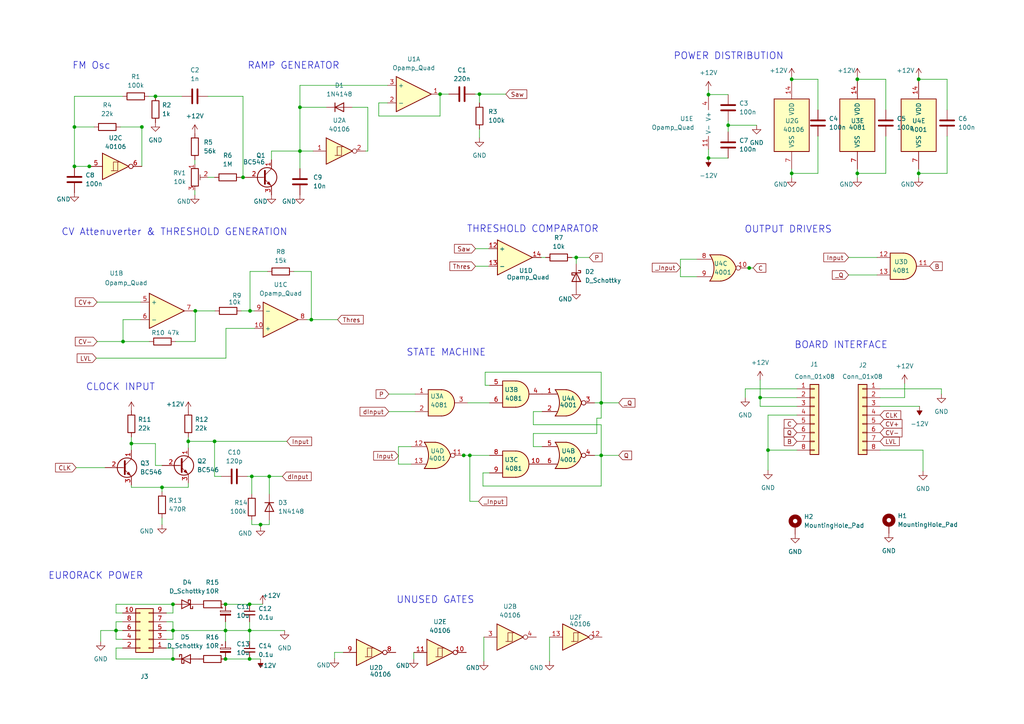
<source format=kicad_sch>
(kicad_sch (version 20230121) (generator eeschema)
  (paper "A4")
  (title_block (title "m0xpd FLIP Main Board") (date "2024-01-02") (rev "1.0") (comment 1 "Published under CC BY-SA License") (comment 2 "https://github.com/m0xpd/FLIP"))
  (junction (at 205.486 45.847))
  (junction (at 65.405 175.26))
  (junction (at 174.371 116.84))
  (junction (at 72.39 175.26))
  (junction (at 50.165 191.135))
  (junction (at 229.616 50.292))
  (junction (at 25.908 48.26))
  (junction (at 35.687 99.06))
  (junction (at 41.148 36.83))
  (junction (at 174.371 132.08))
  (junction (at 167.132 74.676))
  (junction (at 46.99 141.351))
  (junction (at 21.59 36.83))
  (junction (at 56.642 90.17))
  (junction (at 65.405 182.88))
  (junction (at 266.446 50.292))
  (junction (at 54.61 128.016))
  (junction (at 38.1 128.651))
  (junction (at 90.297 92.71))
  (junction (at 217.297 77.724))
  (junction (at 222.758 130.556))
  (junction (at 72.39 191.135))
  (junction (at 50.165 175.26))
  (junction (at 70.485 51.435))
  (junction (at 136.271 132.08))
  (junction (at 50.165 182.88))
  (junction (at 75.565 152.146))
  (junction (at 220.472 115.316))
  (junction (at 65.405 191.135))
  (junction (at 73.025 138.176))
  (junction (at 127.635 27.305))
  (junction (at 139.065 27.305))
  (junction (at 72.517 90.17))
  (junction (at 21.59 48.26))
  (junction (at 33.655 182.88))
  (junction (at 134.493 132.08))
  (junction (at 229.616 22.987))
  (junction (at 205.486 27.432))
  (junction (at 45.085 27.94))
  (junction (at 78.105 138.176))
  (junction (at 86.995 43.815))
  (junction (at 266.446 22.987))
  (junction (at 248.666 50.292))
  (junction (at 248.666 22.987))
  (junction (at 62.23 128.016))
  (junction (at 211.201 36.322))
  (junction (at 72.39 182.88))
  (junction (at 86.995 31.115))
  (wire (pts (xy 112.776 114.3) (xy 120.396 114.3)))
  (wire (pts (xy 56.007 90.17) (xy 56.642 90.17)))
  (wire (pts (xy 35.56 27.94) (xy 21.59 27.94)))
  (wire (pts (xy 75.565 152.146) (xy 75.565 152.781)))
  (wire (pts (xy 112.395 29.845) (xy 109.855 29.845)))
  (wire (pts (xy 220.472 115.316) (xy 220.472 117.856)))
  (wire (pts (xy 109.855 29.845) (xy 109.855 33.655)))
  (wire (pts (xy 211.201 35.052) (xy 211.201 36.322)))
  (wire (pts (xy 255.27 112.776) (xy 273.05 112.776)))
  (wire (pts (xy 41.148 36.83) (xy 41.148 48.26)))
  (wire (pts (xy 48.26 182.88) (xy 50.165 182.88)))
  (wire (pts (xy 267.716 130.556) (xy 267.716 136.652)))
  (wire (pts (xy 38.1 140.716) (xy 38.1 141.351)))
  (wire (pts (xy 33.655 175.26) (xy 50.165 175.26)))
  (wire (pts (xy 156.972 74.676) (xy 158.242 74.676)))
  (wire (pts (xy 174.371 123.19) (xy 174.371 132.08)))
  (wire (pts (xy 48.26 187.96) (xy 50.165 187.96)))
  (wire (pts (xy 50.927 99.06) (xy 56.642 99.06)))
  (wire (pts (xy 62.23 128.016) (xy 62.23 138.176)))
  (wire (pts (xy 50.165 180.34) (xy 50.165 182.88)))
  (wire (pts (xy 22.098 135.636) (xy 30.48 135.636)))
  (wire (pts (xy 137.922 72.136) (xy 141.732 72.136)))
  (wire (pts (xy 256.921 31.877) (xy 256.921 22.987)))
  (wire (pts (xy 141.986 137.16) (xy 140.081 137.16)))
  (wire (pts (xy 140.716 107.95) (xy 174.371 107.95)))
  (wire (pts (xy 38.1 128.651) (xy 38.1 130.556)))
  (wire (pts (xy 205.486 27.432) (xy 205.486 28.067)))
  (wire (pts (xy 137.922 77.216) (xy 141.732 77.216)))
  (wire (pts (xy 65.405 182.88) (xy 65.405 186.055)))
  (wire (pts (xy 33.655 191.135) (xy 33.655 187.96)))
  (wire (pts (xy 86.995 31.115) (xy 94.615 31.115)))
  (wire (pts (xy 165.862 74.676) (xy 167.132 74.676)))
  (wire (pts (xy 72.39 175.26) (xy 76.2 175.26)))
  (wire (pts (xy 274.701 31.877) (xy 274.701 22.987)))
  (wire (pts (xy 255.27 117.856) (xy 266.7 117.856)))
  (wire (pts (xy 46.99 150.241) (xy 46.99 152.146)))
  (wire (pts (xy 119.253 134.62) (xy 115.57 134.62)))
  (wire (pts (xy 90.297 92.71) (xy 97.917 92.71)))
  (wire (pts (xy 60.325 27.94) (xy 70.485 27.94)))
  (wire (pts (xy 46.99 141.351) (xy 54.61 141.351)))
  (wire (pts (xy 86.995 24.765) (xy 112.395 24.765)))
  (wire (pts (xy 35.56 177.8) (xy 33.655 177.8)))
  (wire (pts (xy 73.025 138.176) (xy 73.025 143.256)))
  (wire (pts (xy 119.253 129.54) (xy 115.57 129.54)))
  (wire (pts (xy 231.14 115.316) (xy 220.472 115.316)))
  (wire (pts (xy 72.39 182.88) (xy 72.39 186.055)))
  (wire (pts (xy 73.025 138.176) (xy 78.105 138.176)))
  (wire (pts (xy 78.74 43.815) (xy 78.74 46.355)))
  (wire (pts (xy 102.235 31.115) (xy 106.68 31.115)))
  (wire (pts (xy 197.358 80.264) (xy 202.057 80.264)))
  (wire (pts (xy 72.517 78.74) (xy 72.517 90.17)))
  (wire (pts (xy 211.201 36.322) (xy 211.201 38.227)))
  (wire (pts (xy 54.61 126.746) (xy 54.61 128.016)))
  (wire (pts (xy 205.486 26.162) (xy 205.486 27.432)))
  (wire (pts (xy 27.94 103.886) (xy 65.532 103.886)))
  (wire (pts (xy 33.655 182.88) (xy 35.56 182.88)))
  (wire (pts (xy 72.39 182.88) (xy 82.55 182.88)))
  (wire (pts (xy 33.655 185.42) (xy 35.56 185.42)))
  (wire (pts (xy 127.635 27.305) (xy 130.175 27.305)))
  (wire (pts (xy 134.366 132.08) (xy 134.493 132.08)))
  (wire (pts (xy 90.297 92.71) (xy 90.297 78.74)))
  (wire (pts (xy 136.271 132.08) (xy 136.271 145.415)))
  (wire (pts (xy 141.986 111.76) (xy 140.716 111.76)))
  (wire (pts (xy 35.687 99.06) (xy 35.687 92.71)))
  (wire (pts (xy 256.921 22.987) (xy 248.666 22.987)))
  (wire (pts (xy 174.371 132.08) (xy 174.371 140.97)))
  (wire (pts (xy 248.666 22.352) (xy 248.666 22.987)))
  (wire (pts (xy 134.493 132.08) (xy 136.271 132.08)))
  (wire (pts (xy 38.1 126.746) (xy 38.1 128.651)))
  (wire (pts (xy 21.59 27.94) (xy 21.59 36.83)))
  (wire (pts (xy 35.687 92.71) (xy 40.767 92.71)))
  (wire (pts (xy 140.335 184.785) (xy 140.335 191.77)))
  (wire (pts (xy 138.811 145.415) (xy 136.271 145.415)))
  (wire (pts (xy 65.532 95.25) (xy 65.532 103.886)))
  (wire (pts (xy 56.515 55.245) (xy 56.515 56.515)))
  (wire (pts (xy 246.126 74.676) (xy 254.381 74.676)))
  (wire (pts (xy 56.642 90.17) (xy 56.642 99.06)))
  (wire (pts (xy 172.466 116.84) (xy 174.371 116.84)))
  (wire (pts (xy 65.405 182.88) (xy 72.39 182.88)))
  (wire (pts (xy 65.405 175.26) (xy 72.39 175.26)))
  (wire (pts (xy 69.977 90.17) (xy 72.517 90.17)))
  (wire (pts (xy 255.27 115.316) (xy 262.382 115.316)))
  (wire (pts (xy 86.995 24.765) (xy 86.995 31.115)))
  (wire (pts (xy 56.515 46.355) (xy 56.515 47.625)))
  (wire (pts (xy 56.642 90.17) (xy 62.357 90.17)))
  (wire (pts (xy 48.26 180.34) (xy 50.165 180.34)))
  (wire (pts (xy 159.385 184.785) (xy 159.385 191.77)))
  (wire (pts (xy 222.758 130.556) (xy 231.14 130.556)))
  (wire (pts (xy 157.226 129.54) (xy 154.686 129.54)))
  (wire (pts (xy 231.14 117.856) (xy 220.472 117.856)))
  (wire (pts (xy 106.045 43.815) (xy 106.68 43.815)))
  (wire (pts (xy 216.154 112.776) (xy 231.14 112.776)))
  (wire (pts (xy 78.105 138.176) (xy 78.105 143.256)))
  (wire (pts (xy 174.371 107.95) (xy 174.371 116.84)))
  (wire (pts (xy 86.995 43.815) (xy 86.995 48.895)))
  (wire (pts (xy 256.921 50.292) (xy 256.921 39.497)))
  (wire (pts (xy 197.358 75.184) (xy 197.358 80.264)))
  (wire (pts (xy 65.405 191.135) (xy 72.39 191.135)))
  (wire (pts (xy 97.028 189.23) (xy 97.028 191.008)))
  (wire (pts (xy 62.23 128.016) (xy 83.185 128.016)))
  (wire (pts (xy 173.101 121.285) (xy 174.371 121.285)))
  (wire (pts (xy 248.666 50.292) (xy 256.921 50.292)))
  (wire (pts (xy 139.065 27.305) (xy 139.065 29.845)))
  (wire (pts (xy 229.616 50.292) (xy 229.616 51.562)))
  (wire (pts (xy 50.165 177.8) (xy 48.26 177.8)))
  (wire (pts (xy 217.17 77.724) (xy 217.297 77.724)))
  (wire (pts (xy 262.382 111.252) (xy 262.382 115.316)))
  (wire (pts (xy 217.297 77.724) (xy 218.44 77.724)))
  (wire (pts (xy 174.371 116.84) (xy 179.451 116.84)))
  (wire (pts (xy 35.687 99.06) (xy 43.307 99.06)))
  (wire (pts (xy 45.085 128.651) (xy 45.085 135.001)))
  (wire (pts (xy 109.855 33.655) (xy 127.635 33.655)))
  (wire (pts (xy 167.132 74.676) (xy 170.942 74.676)))
  (wire (pts (xy 90.297 78.74) (xy 85.217 78.74)))
  (wire (pts (xy 72.39 191.135) (xy 75.565 191.135)))
  (wire (pts (xy 38.1 128.651) (xy 45.085 128.651)))
  (wire (pts (xy 35.56 180.34) (xy 33.655 180.34)))
  (wire (pts (xy 231.14 120.396) (xy 222.758 120.396)))
  (wire (pts (xy 266.446 50.292) (xy 274.701 50.292)))
  (wire (pts (xy 71.755 138.176) (xy 73.025 138.176)))
  (wire (pts (xy 28.067 99.06) (xy 35.687 99.06)))
  (wire (pts (xy 229.616 22.987) (xy 229.616 23.622)))
  (wire (pts (xy 29.21 182.88) (xy 29.21 186.055)))
  (wire (pts (xy 50.165 187.96) (xy 50.165 191.135)))
  (wire (pts (xy 45.085 27.94) (xy 52.705 27.94)))
  (wire (pts (xy 78.105 152.146) (xy 75.565 152.146)))
  (wire (pts (xy 266.446 22.987) (xy 266.446 23.622)))
  (wire (pts (xy 64.135 138.176) (xy 62.23 138.176)))
  (wire (pts (xy 70.485 27.94) (xy 70.485 51.435)))
  (wire (pts (xy 274.701 50.292) (xy 274.701 39.497)))
  (wire (pts (xy 50.165 182.88) (xy 50.165 185.42)))
  (wire (pts (xy 46.99 141.351) (xy 46.99 142.621)))
  (wire (pts (xy 154.686 119.38) (xy 154.686 123.19)))
  (wire (pts (xy 237.236 22.987) (xy 229.616 22.987)))
  (wire (pts (xy 75.565 152.146) (xy 73.025 152.146)))
  (wire (pts (xy 154.686 125.73) (xy 173.101 125.73)))
  (wire (pts (xy 28.067 87.63) (xy 40.767 87.63)))
  (wire (pts (xy 222.758 120.396) (xy 222.758 130.556)))
  (wire (pts (xy 86.995 31.115) (xy 86.995 43.815)))
  (wire (pts (xy 137.795 27.305) (xy 139.065 27.305)))
  (wire (pts (xy 33.655 187.96) (xy 35.56 187.96)))
  (wire (pts (xy 140.081 137.16) (xy 140.081 140.97)))
  (wire (pts (xy 140.081 140.97) (xy 174.371 140.97)))
  (wire (pts (xy 136.271 132.08) (xy 141.986 132.08)))
  (wire (pts (xy 21.59 48.26) (xy 25.908 48.26)))
  (wire (pts (xy 50.165 182.88) (xy 65.405 182.88)))
  (wire (pts (xy 167.132 74.676) (xy 167.132 76.581)))
  (wire (pts (xy 41.148 36.83) (xy 34.925 36.83)))
  (wire (pts (xy 157.226 119.38) (xy 154.686 119.38)))
  (wire (pts (xy 25.908 48.26) (xy 26.035 48.26)))
  (wire (pts (xy 139.065 37.465) (xy 139.065 40.005)))
  (wire (pts (xy 246.126 79.756) (xy 254.381 79.756)))
  (wire (pts (xy 33.655 182.88) (xy 29.21 182.88)))
  (wire (pts (xy 54.61 128.016) (xy 62.23 128.016)))
  (wire (pts (xy 65.532 95.25) (xy 73.787 95.25)))
  (wire (pts (xy 60.325 51.435) (xy 62.23 51.435)))
  (wire (pts (xy 154.686 125.73) (xy 154.686 129.54)))
  (wire (pts (xy 174.371 121.285) (xy 174.371 116.84)))
  (wire (pts (xy 54.61 128.016) (xy 54.61 129.921)))
  (wire (pts (xy 205.486 43.307) (xy 205.486 45.847)))
  (wire (pts (xy 266.446 49.022) (xy 266.446 50.292)))
  (wire (pts (xy 205.486 45.847) (xy 211.201 45.847)))
  (wire (pts (xy 222.758 130.556) (xy 222.758 136.398)))
  (wire (pts (xy 78.105 150.876) (xy 78.105 152.146)))
  (wire (pts (xy 78.105 138.176) (xy 81.915 138.176)))
  (wire (pts (xy 99.568 189.23) (xy 97.028 189.23)))
  (wire (pts (xy 229.616 49.022) (xy 229.616 50.292)))
  (wire (pts (xy 173.101 125.73) (xy 173.101 121.285)))
  (wire (pts (xy 48.26 185.42) (xy 50.165 185.42)))
  (wire (pts (xy 248.666 49.022) (xy 248.666 50.292)))
  (wire (pts (xy 73.025 152.146) (xy 73.025 150.876)))
  (wire (pts (xy 106.68 31.115) (xy 106.68 43.815)))
  (wire (pts (xy 45.085 135.001) (xy 46.99 135.001)))
  (wire (pts (xy 237.236 31.877) (xy 237.236 22.987)))
  (wire (pts (xy 127.635 33.655) (xy 127.635 27.305)))
  (wire (pts (xy 248.666 50.292) (xy 248.666 51.562)))
  (wire (pts (xy 172.466 132.08) (xy 174.371 132.08)))
  (wire (pts (xy 139.065 27.305) (xy 146.685 27.305)))
  (wire (pts (xy 220.472 110.236) (xy 220.472 115.316)))
  (wire (pts (xy 72.517 90.17) (xy 73.787 90.17)))
  (wire (pts (xy 115.57 129.54) (xy 115.57 134.62)))
  (wire (pts (xy 135.636 116.84) (xy 141.986 116.84)))
  (wire (pts (xy 77.597 78.74) (xy 72.517 78.74)))
  (wire (pts (xy 21.59 36.83) (xy 27.305 36.83)))
  (wire (pts (xy 274.701 22.987) (xy 266.446 22.987)))
  (wire (pts (xy 89.027 92.71) (xy 90.297 92.71)))
  (wire (pts (xy 33.655 177.8) (xy 33.655 175.26)))
  (wire (pts (xy 237.236 50.292) (xy 237.236 39.497)))
  (wire (pts (xy 112.776 119.38) (xy 120.396 119.38)))
  (wire (pts (xy 248.666 22.987) (xy 248.666 23.622)))
  (wire (pts (xy 86.995 43.815) (xy 90.805 43.815)))
  (wire (pts (xy 33.655 182.88) (xy 33.655 185.42)))
  (wire (pts (xy 72.39 180.34) (xy 72.39 182.88)))
  (wire (pts (xy 41.275 36.83) (xy 41.148 36.83)))
  (wire (pts (xy 229.616 50.292) (xy 237.236 50.292)))
  (wire (pts (xy 267.716 130.556) (xy 255.27 130.556)))
  (wire (pts (xy 65.405 180.34) (xy 65.405 182.88)))
  (wire (pts (xy 69.85 51.435) (xy 70.485 51.435)))
  (wire (pts (xy 50.165 175.26) (xy 50.165 177.8)))
  (wire (pts (xy 273.05 112.776) (xy 273.05 114.3)))
  (wire (pts (xy 197.358 75.184) (xy 202.057 75.184)))
  (wire (pts (xy 21.59 48.26) (xy 21.59 36.83)))
  (wire (pts (xy 70.485 51.435) (xy 71.12 51.435)))
  (wire (pts (xy 50.165 191.135) (xy 33.655 191.135)))
  (wire (pts (xy 33.655 180.34) (xy 33.655 182.88)))
  (wire (pts (xy 174.371 132.08) (xy 179.451 132.08)))
  (wire (pts (xy 216.154 115.316) (xy 216.154 112.776)))
  (wire (pts (xy 120.015 189.23) (xy 120.015 191.135)))
  (wire (pts (xy 154.686 123.19) (xy 174.371 123.19)))
  (wire (pts (xy 229.616 22.352) (xy 229.616 22.987)))
  (wire (pts (xy 86.995 43.815) (xy 78.74 43.815)))
  (wire (pts (xy 38.1 141.351) (xy 46.99 141.351)))
  (wire (pts (xy 211.201 27.432) (xy 205.486 27.432)))
  (wire (pts (xy 211.201 36.322) (xy 219.456 36.322)))
  (wire (pts (xy 266.446 50.292) (xy 266.446 51.562)))
  (wire (pts (xy 43.18 27.94) (xy 45.085 27.94)))
  (wire (pts (xy 140.716 107.95) (xy 140.716 111.76)))
  (wire (pts (xy 266.446 22.352) (xy 266.446 22.987)))
  (wire (pts (xy 54.61 141.351) (xy 54.61 140.081)))
  (text "CV Attenuverter & THRESHOLD GENERATION" (at 17.78 68.58 0) (effects (font (size 2 2)) (justify left bottom)))
  (text "EURORACK POWER" (at 13.97 168.275 0) (effects (font (size 2 2)) (justify left bottom)))
  (text "OUTPUT DRIVERS" (at 215.9 67.818 0) (effects (font (size 2 2)) (justify left bottom)))
  (text "STATE MACHINE" (at 117.856 103.505 0) (effects (font (size 2 2)) (justify left bottom)))
  (text "RAMP GENERATOR" (at 71.755 20.32 0) (effects (font (size 2 2)) (justify left bottom)))
  (text "BOARD INTERFACE" (at 230.378 101.346 0) (effects (font (size 2 2)) (justify left bottom)))
  (text "CLOCK INPUT" (at 24.892 113.538 0) (effects (font (size 2 2)) (justify left bottom)))
  (text "UNUSED GATES" (at 114.935 175.26 0) (effects (font (size 2 2)) (justify left bottom)))
  (text "THRESHOLD COMPARATOR" (at 135.382 67.691 0) (effects (font (size 2 2)) (justify left bottom)))
  (text "POWER DISTRIBUTION" (at 195.326 17.526 0) (effects (font (size 2 2)) (justify left bottom)))
  (text "FM Osc" (at 20.955 20.32 0) (effects (font (size 2 2)) (justify left bottom)))
  (global_label "Q" (shape input) (at 179.451 132.08 0) (property "Intersheetrefs" "${INTERSHEET_REFS}" (effects hide)))
  (global_label "CV+" (shape input) (at 255.27 122.936 0) (property "Intersheetrefs" "${INTERSHEET_REFS}" (effects hide)))
  (global_label "Saw" (shape input) (at 146.685 27.305 0) (property "Intersheetrefs" "${INTERSHEET_REFS}" (effects hide)))
  (global_label "Input" (shape input) (at 83.185 128.016 0) (property "Intersheetrefs" "${INTERSHEET_REFS}" (effects hide)))
  (global_label "_Q" (shape input) (at 179.451 116.84 0) (property "Intersheetrefs" "${INTERSHEET_REFS}" (effects hide)))
  (global_label "_Input" (shape input) (at 138.811 145.415 0) (property "Intersheetrefs" "${INTERSHEET_REFS}" (effects hide)))
  (global_label "C" (shape input) (at 218.44 77.724 0) (property "Intersheetrefs" "${INTERSHEET_REFS}" (effects hide)))
  (global_label "CV+" (shape input) (at 28.194 87.63 180) (property "Intersheetrefs" "${INTERSHEET_REFS}" (effects hide)))
  (global_label "CLK" (shape input) (at 255.27 120.396 0) (property "Intersheetrefs" "${INTERSHEET_REFS}" (effects hide)))
  (global_label "B" (shape input) (at 269.621 77.216 0) (property "Intersheetrefs" "${INTERSHEET_REFS}" (effects hide)))
  (global_label "LVL" (shape input) (at 255.27 128.016 0) (property "Intersheetrefs" "${INTERSHEET_REFS}" (effects hide)))
  (global_label "CLK" (shape input) (at 22.098 135.636 180) (property "Intersheetrefs" "${INTERSHEET_REFS}" (effects hide)))
  (global_label "CV-" (shape input) (at 255.27 125.476 0) (property "Intersheetrefs" "${INTERSHEET_REFS}" (effects hide)))
  (global_label "P" (shape input) (at 112.776 114.3 180) (property "Intersheetrefs" "${INTERSHEET_REFS}" (effects hide)))
  (global_label "_Q" (shape input) (at 246.126 79.756 180) (property "Intersheetrefs" "${INTERSHEET_REFS}" (effects hide)))
  (global_label "dInput" (shape input) (at 112.776 119.38 180) (property "Intersheetrefs" "${INTERSHEET_REFS}" (effects hide)))
  (global_label "Input" (shape input) (at 115.57 132.207 180) (property "Intersheetrefs" "${INTERSHEET_REFS}" (effects hide)))
  (global_label "B" (shape input) (at 231.14 128.016 180) (property "Intersheetrefs" "${INTERSHEET_REFS}" (effects hide)))
  (global_label "Q" (shape input) (at 231.14 125.476 180) (property "Intersheetrefs" "${INTERSHEET_REFS}" (effects hide)))
  (global_label "P" (shape input) (at 170.942 74.676 0) (property "Intersheetrefs" "${INTERSHEET_REFS}" (effects hide)))
  (global_label "dInput" (shape input) (at 81.915 138.176 0) (property "Intersheetrefs" "${INTERSHEET_REFS}" (effects hide)))
  (global_label "Thres" (shape input) (at 97.917 92.71 0) (property "Intersheetrefs" "${INTERSHEET_REFS}" (effects hide)))
  (global_label "Saw" (shape input) (at 137.922 72.136 180) (property "Intersheetrefs" "${INTERSHEET_REFS}" (effects hide)))
  (global_label "LVL" (shape input) (at 27.94 103.886 180) (property "Intersheetrefs" "${INTERSHEET_REFS}" (effects hide)))
  (global_label "_Input" (shape input) (at 197.358 77.597 180) (property "Intersheetrefs" "${INTERSHEET_REFS}" (effects hide)))
  (global_label "Thres" (shape input) (at 137.922 77.216 180) (property "Intersheetrefs" "${INTERSHEET_REFS}" (effects hide)))
  (global_label "CV-" (shape input) (at 28.194 99.06 180) (property "Intersheetrefs" "${INTERSHEET_REFS}" (effects hide)))
  (global_label "C" (shape input) (at 231.14 122.936 180) (property "Intersheetrefs" "${INTERSHEET_REFS}" (effects hide)))
  (global_label "Input" (shape input) (at 246.126 74.676 180) (property "Intersheetrefs" "${INTERSHEET_REFS}" (effects hide)))
  (symbol (lib_id "Device:Opamp_Quad") (at 120.015 27.305 0) (unit 1)
    (property "Reference" "U1" (at 120.015 17.145 0))
    (property "Value" "Opamp_Quad" (at 120.015 19.685 0))
    (property "Footprint" "Package_DIP:DIP-14_W7.62mm_LongPads" (effects hide))
  )
  (symbol (lib_id "power:GND") (at 82.55 182.88 0) (unit 1)
    (property "Reference" "#PWR032" (effects hide))
    (property "Value" "GND" (at 82.55 187.96 0))
  )
  (symbol (lib_id "power:GND") (at 257.81 154.686 0) (unit 1)
    (property "Reference" "#PWR029" (effects hide))
    (property "Value" "GND" (at 257.81 159.766 0))
  )
  (symbol (lib_id "Device:C_Polarized_Small") (at 65.405 177.8 0) (unit 1)
    (property "Reference" "C11" (at 68.58 175.9839 0) (effects (justify left)))
    (property "Value" "10u" (at 68.58 178.5239 0) (effects (justify left)))
    (property "Footprint" "Capacitor_THT:CP_Radial_D6.3mm_P2.50mm" (effects hide))
  )
  (symbol (lib_id "Device:C") (at 211.201 31.242 0) (unit 1)
    (property "Reference" "C3" (at 214.376 29.972 0) (effects (justify left)))
    (property "Value" "100n" (at 214.376 32.512 0) (effects (justify left)))
    (property "Footprint" "Capacitor_THT:C_Disc_D4.3mm_W1.9mm_P5.00mm" (effects hide))
  )
  (symbol (lib_id "Device:C") (at 211.201 42.037 0) (unit 1)
    (property "Reference" "C7" (at 214.376 40.767 0) (effects (justify left)))
    (property "Value" "100n" (at 214.376 43.307 0) (effects (justify left)))
    (property "Footprint" "Capacitor_THT:C_Disc_D4.3mm_W1.9mm_P5.00mm" (effects hide))
  )
  (symbol (lib_id "Device:C_Small") (at 72.39 177.8 0) (unit 1)
    (property "Reference" "C12" (at 74.93 176.5363 0) (effects (justify left)))
    (property "Value" "0.1u" (at 74.93 179.0763 0) (effects (justify left)))
    (property "Footprint" "Capacitor_THT:C_Disc_D4.3mm_W1.9mm_P5.00mm" (effects hide))
  )
  (symbol (lib_id "power:-12V") (at 205.486 45.847 180) (unit 1)
    (property "Reference" "#PWR09" (effects hide))
    (property "Value" "-12V" (at 205.486 50.927 0))
  )
  (symbol (lib_id "power:GND") (at 167.132 84.201 0) (unit 1)
    (property "Reference" "#PWR017" (effects hide))
    (property "Value" "GND" (at 163.957 86.741 0))
  )
  (symbol (lib_id "power:GND") (at 45.085 35.56 0) (unit 1)
    (property "Reference" "#PWR05" (effects hide))
    (property "Value" "GND" (at 45.085 40.64 0))
  )
  (symbol (lib_id "Device:Opamp_Quad") (at 208.026 35.687 0) (unit 5)
    (property "Reference" "U1" (at 197.231 34.417 0) (effects (justify left)))
    (property "Value" "Opamp_Quad" (at 188.976 36.957 0) (effects (justify left)))
    (property "Footprint" "Package_DIP:DIP-14_W7.62mm_LongPads" (effects hide))
  )
  (symbol (lib_id "4xxx:40106") (at 98.425 43.815 0) (unit 1)
    (property "Reference" "U2" (at 98.425 34.925 0))
    (property "Value" "40106" (at 98.425 37.465 0))
    (property "Footprint" "Package_DIP:DIP-14_W7.62mm_LongPads" (effects hide))
    (property "Datasheet" "https://assets.nexperia.com/documents/data-sheet/HEF40106B.pdf" (effects hide))
  )
  (symbol (lib_id "Device:R") (at 47.117 99.06 90) (unit 1)
    (property "Reference" "R10" (at 45.847 96.52 90))
    (property "Value" "47k" (at 50.292 96.52 90))
    (property "Footprint" "Resistor_THT:R_Axial_DIN0207_L6.3mm_D2.5mm_P2.54mm_Vertical" (effects hide))
  )
  (symbol (lib_id "Device:R") (at 66.167 90.17 90) (unit 1)
    (property "Reference" "R9" (at 68.707 85.725 90))
    (property "Value" "10k" (at 68.072 87.63 90))
    (property "Footprint" "Resistor_THT:R_Axial_DIN0207_L6.3mm_D2.5mm_P7.62mm_Horizontal" (effects hide))
  )
  (symbol (lib_id "Connector_Generic:Conn_01x08") (at 236.22 120.396 0) (unit 1)
    (property "Reference" "J1" (at 234.95 105.664 0) (effects (justify left)))
    (property "Value" "Conn_01x08" (at 230.378 109.22 0) (effects (justify left)))
    (property "Footprint" "Connector_PinHeader_2.54mm:PinHeader_1x08_P2.54mm_Vertical" (effects hide))
  )
  (symbol (lib_id "4xxx:40106") (at 229.616 36.322 0) (unit 7)
    (property "Reference" "U2" (at 227.711 35.052 0) (effects (justify left)))
    (property "Value" "40106" (at 227.076 37.592 0) (effects (justify left)))
    (property "Footprint" "Package_DIP:DIP-14_W7.62mm_LongPads" (effects hide))
    (property "Datasheet" "https://assets.nexperia.com/documents/data-sheet/HEF40106B.pdf" (effects hide))
  )
  (symbol (lib_id "Diode:1N4148") (at 78.105 147.066 270) (unit 1)
    (property "Reference" "D3" (at 80.645 145.796 90) (effects (justify left)))
    (property "Value" "1N4148" (at 80.645 148.336 90) (effects (justify left)))
    (property "Footprint" "Diode_THT:D_DO-35_SOD27_P7.62mm_Horizontal" (effects hide))
    (property "Datasheet" "https://assets.nexperia.com/documents/data-sheet/1N4148_1N4448.pdf" (effects hide))
    (property "Sim.Device" "D" (effects hide))
    (property "Sim.Pins" "1=K 2=A" (effects hide))
  )
  (symbol (lib_id "power:GND") (at 267.716 136.652 0) (unit 1)
    (property "Reference" "#PWR026" (effects hide))
    (property "Value" "GND" (at 267.716 141.732 0))
  )
  (symbol (lib_id "4xxx:4001") (at 126.873 132.08 0) (unit 4)
    (property "Reference" "U4" (at 126.873 130.81 0))
    (property "Value" "4001" (at 126.873 132.969 0))
    (property "Footprint" "Package_DIP:DIP-14_W7.62mm_LongPads" (effects hide))
    (property "Datasheet" "http://www.intersil.com/content/dam/Intersil/documents/cd40/cd4000bms-01bms-02bms-25bms.pdf" (effects hide))
  )
  (symbol (lib_id "power:GND") (at 75.565 152.781 0) (unit 1)
    (property "Reference" "#PWR028" (effects hide))
    (property "Value" "GND" (at 71.12 154.686 0))
  )
  (symbol (lib_id "power:GND") (at 56.515 56.515 0) (unit 1)
    (property "Reference" "#PWR014" (effects hide))
    (property "Value" "GND" (at 53.34 58.42 0))
  )
  (symbol (lib_id "power:+12V") (at 229.616 22.352 0) (unit 1)
    (property "Reference" "#PWR01" (effects hide))
    (property "Value" "+12V" (at 225.806 20.447 0))
  )
  (symbol (lib_id "4xxx:4001") (at 164.846 132.08 0) (unit 2)
    (property "Reference" "U4" (at 164.846 130.81 0))
    (property "Value" "4001" (at 164.846 133.35 0))
    (property "Footprint" "Package_DIP:DIP-14_W7.62mm_LongPads" (effects hide))
    (property "Datasheet" "http://www.intersil.com/content/dam/Intersil/documents/cd40/cd4000bms-01bms-02bms-25bms.pdf" (effects hide))
  )
  (symbol (lib_id "4xxx:40106") (at 107.188 189.23 0) (unit 4)
    (property "Reference" "U2" (at 109.093 193.675 0))
    (property "Value" "40106" (at 110.363 195.58 0))
    (property "Footprint" "Package_DIP:DIP-14_W7.62mm_LongPads" (effects hide))
    (property "Datasheet" "https://assets.nexperia.com/documents/data-sheet/HEF40106B.pdf" (effects hide))
  )
  (symbol (lib_id "power:GND") (at 266.446 51.562 0) (unit 1)
    (property "Reference" "#PWR012" (effects hide))
    (property "Value" "GND" (at 263.271 53.467 0))
  )
  (symbol (lib_id "Mechanical:MountingHole_Pad") (at 257.81 152.146 0) (unit 1)
    (property "Reference" "H1" (at 260.35 149.606 0) (effects (justify left)))
    (property "Value" "MountingHole_Pad" (at 260.35 152.146 0) (effects (justify left)))
    (property "Footprint" "MountingHole:MountingHole_3.2mm_M3_DIN965_Pad_TopBottom" (effects hide))
  )
  (symbol (lib_id "Device:C") (at 86.995 52.705 0) (unit 1)
    (property "Reference" "C9" (at 90.805 51.435 0) (effects (justify left)))
    (property "Value" "10n" (at 90.805 53.975 0) (effects (justify left)))
    (property "Footprint" "Capacitor_THT:C_Disc_D4.3mm_W1.9mm_P5.00mm" (effects hide))
  )
  (symbol (lib_id "Connector_Generic:Conn_01x08") (at 250.19 120.396 0) (mirror y) (unit 1)
    (property "Reference" "J2" (at 251.46 105.918 0) (effects (justify left)))
    (property "Value" "Conn_01x08" (at 256.032 109.22 0) (effects (justify left)))
    (property "Footprint" "Connector_PinHeader_2.54mm:PinHeader_1x08_P2.54mm_Vertical" (effects hide))
  )
  (symbol (lib_id "Transistor_BJT:BC546") (at 35.56 135.636 0) (unit 1)
    (property "Reference" "Q3" (at 40.64 134.366 0) (effects (justify left)))
    (property "Value" "BC546" (at 40.64 136.906 0) (effects (justify left)))
    (property "Footprint" "Package_TO_SOT_THT:TO-92_Inline" (effects hide))
    (property "Datasheet" "https://www.onsemi.com/pub/Collateral/BC550-D.pdf" (effects hide))
  )
  (symbol (lib_id "Device:D_Schottky") (at 53.975 175.26 180) (unit 1)
    (property "Reference" "D4" (at 54.2925 168.91 0))
    (property "Value" "D_Schottky" (at 54.2925 171.45 0))
    (property "Footprint" "Diode_THT:D_DO-35_SOD27_P7.62mm_Horizontal" (effects hide))
  )
  (symbol (lib_id "power:GND") (at 230.632 154.94 0) (unit 1)
    (property "Reference" "#PWR030" (effects hide))
    (property "Value" "GND" (at 230.632 160.02 0))
  )
  (symbol (lib_id "power:+12V") (at 220.472 110.236 0) (unit 1)
    (property "Reference" "#PWR018" (effects hide))
    (property "Value" "+12V" (at 220.472 105.156 0))
  )
  (symbol (lib_id "Device:R") (at 45.085 31.75 0) (unit 1)
    (property "Reference" "R2" (at 46.99 30.48 0) (effects (justify left)))
    (property "Value" "1k" (at 46.99 33.02 0) (effects (justify left)))
    (property "Footprint" "Resistor_THT:R_Axial_DIN0207_L6.3mm_D2.5mm_P7.62mm_Horizontal" (effects hide))
  )
  (symbol (lib_id "4xxx:4081") (at 262.001 77.216 0) (unit 4)
    (property "Reference" "U3" (at 261.366 75.946 0))
    (property "Value" "4081" (at 261.366 78.486 0))
    (property "Footprint" "Package_DIP:DIP-14_W7.62mm_LongPads" (effects hide))
    (property "Datasheet" "http://www.intersil.com/content/dam/Intersil/documents/cd40/cd4073bms-81bms-82bms.pdf" (effects hide))
  )
  (symbol (lib_id "power:GND") (at 120.015 191.135 0) (unit 1)
    (property "Reference" "#PWR036" (effects hide))
    (property "Value" "GND" (at 116.84 193.04 0))
  )
  (symbol (lib_id "Device:R") (at 46.99 146.431 180) (unit 1)
    (property "Reference" "R13" (at 48.895 145.161 0) (effects (justify right)))
    (property "Value" "470R" (at 48.895 147.701 0) (effects (justify right)))
    (property "Footprint" "Resistor_THT:R_Axial_DIN0207_L6.3mm_D2.5mm_P2.54mm_Vertical" (effects hide))
  )
  (symbol (lib_id "Device:R") (at 54.61 122.936 180) (unit 1)
    (property "Reference" "R12" (at 56.515 121.666 0) (effects (justify right)))
    (property "Value" "22k" (at 56.515 124.206 0) (effects (justify right)))
    (property "Footprint" "Resistor_THT:R_Axial_DIN0207_L6.3mm_D2.5mm_P2.54mm_Vertical" (effects hide))
  )
  (symbol (lib_id "power:GND") (at 46.99 152.146 0) (unit 1)
    (property "Reference" "#PWR027" (effects hide))
    (property "Value" "GND" (at 42.545 154.051 0))
  )
  (symbol (lib_id "Transistor_BJT:BC546") (at 52.07 135.001 0) (unit 1)
    (property "Reference" "Q2" (at 57.15 133.731 0) (effects (justify left)))
    (property "Value" "BC546" (at 57.15 136.271 0) (effects (justify left)))
    (property "Footprint" "Package_TO_SOT_THT:TO-92_Inline" (effects hide))
    (property "Datasheet" "https://www.onsemi.com/pub/Collateral/BC550-D.pdf" (effects hide))
  )
  (symbol (lib_id "power:GND") (at 21.59 55.88 0) (unit 1)
    (property "Reference" "#PWR013" (effects hide))
    (property "Value" "GND" (at 18.415 57.785 0))
  )
  (symbol (lib_id "Device:C_Polarized_Small") (at 65.405 188.595 0) (unit 1)
    (property "Reference" "C13" (at 68.58 186.7789 0) (effects (justify left)))
    (property "Value" "10u" (at 68.58 189.3189 0) (effects (justify left)))
    (property "Footprint" "Capacitor_THT:CP_Radial_D6.3mm_P2.50mm" (effects hide))
  )
  (symbol (lib_id "power:GND") (at 248.666 51.562 0) (unit 1)
    (property "Reference" "#PWR011" (effects hide))
    (property "Value" "GND" (at 245.491 53.467 0))
  )
  (symbol (lib_id "Device:Opamp_Quad") (at 81.407 92.71 0) (mirror x) (unit 3)
    (property "Reference" "U1" (at 81.407 82.55 0))
    (property "Value" "Opamp_Quad" (at 81.407 85.09 0))
    (property "Footprint" "Package_DIP:DIP-14_W7.62mm_LongPads" (effects hide))
  )
  (symbol (lib_id "power:+12V") (at 56.515 38.735 0) (unit 1)
    (property "Reference" "#PWR07" (effects hide))
    (property "Value" "+12V" (at 56.515 33.655 0))
  )
  (symbol (lib_id "4xxx:4081") (at 149.606 114.3 0) (unit 2)
    (property "Reference" "U3" (at 148.336 113.03 0))
    (property "Value" "4081" (at 148.971 115.57 0))
    (property "Footprint" "Package_DIP:DIP-14_W7.62mm_LongPads" (effects hide))
    (property "Datasheet" "http://www.intersil.com/content/dam/Intersil/documents/cd40/cd4073bms-81bms-82bms.pdf" (effects hide))
  )
  (symbol (lib_id "Device:R_Potentiometer_Trim") (at 56.515 51.435 0) (unit 1)
    (property "Reference" "RV1" (at 53.975 50.165 0) (effects (justify right)))
    (property "Value" "10k" (at 53.975 52.705 0) (effects (justify right)))
    (property "Footprint" "Potentiometer_THT:Potentiometer_Bourns_3296W_Vertical" (effects hide))
  )
  (symbol (lib_id "Device:C") (at 67.945 138.176 90) (unit 1)
    (property "Reference" "C10" (at 67.945 131.191 90))
    (property "Value" "120p" (at 67.945 133.731 90))
    (property "Footprint" "Capacitor_THT:C_Disc_D3.8mm_W2.6mm_P2.50mm" (effects hide))
  )
  (symbol (lib_id "Device:Opamp_Quad") (at 149.352 74.676 0) (unit 4)
    (property "Reference" "U1" (at 152.527 78.486 0))
    (property "Value" "Opamp_Quad" (at 153.162 80.391 0))
    (property "Footprint" "Package_DIP:DIP-14_W7.62mm_LongPads" (effects hide))
  )
  (symbol (lib_id "Device:C") (at 256.921 35.687 0) (unit 1)
    (property "Reference" "C5" (at 260.096 34.417 0) (effects (justify left)))
    (property "Value" "100n" (at 260.096 36.957 0) (effects (justify left)))
    (property "Footprint" "Capacitor_THT:C_Disc_D4.3mm_W1.9mm_P5.00mm" (effects hide))
  )
  (symbol (lib_id "power:-12V") (at 75.565 191.135 180) (unit 1)
    (property "Reference" "#PWR035" (effects hide))
    (property "Value" "-12V" (at 77.47 193.04 0))
  )
  (symbol (lib_id "power:GND") (at 78.74 56.515 0) (unit 1)
    (property "Reference" "#PWR015" (effects hide))
    (property "Value" "GND" (at 75.565 58.42 0))
  )
  (symbol (lib_id "power:GND") (at 140.335 191.77 0) (unit 1)
    (property "Reference" "#PWR037" (effects hide))
    (property "Value" "GND" (at 137.16 193.675 0))
  )
  (symbol (lib_id "4xxx:4081") (at 248.666 36.322 0) (unit 5)
    (property "Reference" "U3" (at 246.761 35.052 0) (effects (justify left)))
    (property "Value" "4081" (at 246.126 36.957 0) (effects (justify left)))
    (property "Footprint" "Package_DIP:DIP-14_W7.62mm_LongPads" (effects hide))
    (property "Datasheet" "http://www.intersil.com/content/dam/Intersil/documents/cd40/cd4073bms-81bms-82bms.pdf" (effects hide))
  )
  (symbol (lib_id "Device:R") (at 39.37 27.94 90) (unit 1)
    (property "Reference" "R1" (at 39.37 22.225 90))
    (property "Value" "100k" (at 39.37 24.765 90))
    (property "Footprint" "Resistor_THT:R_Axial_DIN0207_L6.3mm_D2.5mm_P7.62mm_Horizontal" (effects hide))
  )
  (symbol (lib_id "4xxx:4081") (at 149.606 134.62 0) (unit 3)
    (property "Reference" "U3" (at 148.336 133.35 0))
    (property "Value" "4081" (at 148.971 135.89 0))
    (property "Footprint" "Package_DIP:DIP-14_W7.62mm_LongPads" (effects hide))
    (property "Datasheet" "http://www.intersil.com/content/dam/Intersil/documents/cd40/cd4073bms-81bms-82bms.pdf" (effects hide))
  )
  (symbol (lib_id "power:+12V") (at 76.2 175.26 0) (unit 1)
    (property "Reference" "#PWR031" (effects hide))
    (property "Value" "+12V" (at 78.74 172.72 0))
  )
  (symbol (lib_id "Device:R") (at 38.1 122.936 180) (unit 1)
    (property "Reference" "R11" (at 40.005 121.666 0) (effects (justify right)))
    (property "Value" "22k" (at 40.005 124.206 0) (effects (justify right)))
    (property "Footprint" "Resistor_THT:R_Axial_DIN0207_L6.3mm_D2.5mm_P2.54mm_Vertical" (effects hide))
  )
  (symbol (lib_id "power:GND") (at 229.616 51.562 0) (unit 1)
    (property "Reference" "#PWR010" (effects hide))
    (property "Value" "GND" (at 226.441 53.467 0))
  )
  (symbol (lib_id "Device:C") (at 133.985 27.305 90) (unit 1)
    (property "Reference" "C1" (at 133.985 20.32 90))
    (property "Value" "220n" (at 133.985 22.86 90))
    (property "Footprint" "Capacitor_THT:C_Disc_D4.3mm_W1.9mm_P5.00mm" (effects hide))
  )
  (symbol (lib_id "4xxx:4001") (at 209.677 77.724 0) (unit 3)
    (property "Reference" "U4" (at 209.042 76.454 0))
    (property "Value" "4001" (at 209.677 78.994 0))
    (property "Footprint" "Package_DIP:DIP-14_W7.62mm_LongPads" (effects hide))
    (property "Datasheet" "http://www.intersil.com/content/dam/Intersil/documents/cd40/cd4000bms-01bms-02bms-25bms.pdf" (effects hide))
  )
  (symbol (lib_id "Diode:1N4148") (at 98.425 31.115 0) (unit 1)
    (property "Reference" "D1" (at 98.425 24.765 0))
    (property "Value" "1N4148" (at 98.425 27.305 0))
    (property "Footprint" "Diode_THT:D_DO-35_SOD27_P2.54mm_Vertical_KathodeUp" (effects hide))
    (property "Datasheet" "https://assets.nexperia.com/documents/data-sheet/1N4148_1N4448.pdf" (effects hide))
    (property "Sim.Device" "D" (effects hide))
    (property "Sim.Pins" "1=K 2=A" (effects hide))
  )
  (symbol (lib_id "Device:R") (at 61.595 191.135 270) (unit 1)
    (property "Reference" "R16" (at 61.595 184.785 90))
    (property "Value" "10R" (at 61.595 187.325 90))
    (property "Footprint" "Resistor_THT:R_Axial_DIN0207_L6.3mm_D2.5mm_P7.62mm_Horizontal" (effects hide))
  )
  (symbol (lib_id "Connector_Generic:Conn_02x05_Odd_Even") (at 43.18 182.88 180) (unit 1)
    (property "Reference" "J3" (at 41.91 196.215 0))
    (property "Value" "Conn_02x05_Odd_Even" (effects hide))
    (property "Footprint" "Connector_IDC:IDC-Header_2x05_P2.54mm_Vertical" (effects hide))
  )
  (symbol (lib_id "Device:C") (at 274.701 35.687 0) (unit 1)
    (property "Reference" "C6" (at 277.876 34.417 0) (effects (justify left)))
    (property "Value" "100n" (at 277.876 36.957 0) (effects (justify left)))
    (property "Footprint" "Capacitor_THT:C_Disc_D4.3mm_W1.9mm_P5.00mm" (effects hide))
  )
  (symbol (lib_id "4xxx:4001") (at 164.846 116.84 0) (unit 1)
    (property "Reference" "U4" (at 164.846 115.57 0))
    (property "Value" "4001" (at 164.846 117.475 0))
    (property "Footprint" "Package_DIP:DIP-14_W7.62mm_LongPads" (effects hide))
    (property "Datasheet" "http://www.intersil.com/content/dam/Intersil/documents/cd40/cd4000bms-01bms-02bms-25bms.pdf" (effects hide))
  )
  (symbol (lib_id "Device:C") (at 56.515 27.94 90) (unit 1)
    (property "Reference" "C2" (at 56.515 20.32 90))
    (property "Value" "1n" (at 56.515 22.86 90))
    (property "Footprint" "Capacitor_THT:C_Disc_D3.8mm_W2.6mm_P2.50mm" (effects hide))
  )
  (symbol (lib_id "Device:R") (at 56.515 42.545 180) (unit 1)
    (property "Reference" "R5" (at 59.055 41.275 0) (effects (justify right)))
    (property "Value" "56k" (at 59.055 43.815 0) (effects (justify right)))
    (property "Footprint" "Resistor_THT:R_Axial_DIN0207_L6.3mm_D2.5mm_P7.62mm_Horizontal" (effects hide))
  )
  (symbol (lib_id "Device:C") (at 237.236 35.687 0) (unit 1)
    (property "Reference" "C4" (at 240.411 34.417 0) (effects (justify left)))
    (property "Value" "100n" (at 240.411 36.957 0) (effects (justify left)))
    (property "Footprint" "Capacitor_THT:C_Disc_D4.3mm_W1.9mm_P5.00mm" (effects hide))
  )
  (symbol (lib_id "power:GND") (at 29.21 186.055 0) (unit 1)
    (property "Reference" "#PWR033" (effects hide))
    (property "Value" "GND" (at 29.21 191.135 0))
  )
  (symbol (lib_id "4xxx:4081") (at 128.016 116.84 0) (unit 1)
    (property "Reference" "U3" (at 126.746 114.935 0))
    (property "Value" "4081" (at 127.381 117.475 0))
    (property "Footprint" "Package_DIP:DIP-14_W7.62mm_LongPads" (effects hide))
    (property "Datasheet" "http://www.intersil.com/content/dam/Intersil/documents/cd40/cd4073bms-81bms-82bms.pdf" (effects hide))
  )
  (symbol (lib_id "Device:D_Schottky") (at 53.975 191.135 0) (unit 1)
    (property "Reference" "D5" (at 53.6575 184.785 0))
    (property "Value" "D_Schottky" (at 53.6575 187.325 0))
    (property "Footprint" "Diode_THT:D_DO-35_SOD27_P7.62mm_Horizontal" (effects hide))
  )
  (symbol (lib_id "Device:R") (at 66.04 51.435 270) (unit 1)
    (property "Reference" "R6" (at 66.04 45.085 90))
    (property "Value" "1M" (at 66.04 47.625 90))
    (property "Footprint" "Resistor_THT:R_Axial_DIN0207_L6.3mm_D2.5mm_P7.62mm_Horizontal" (effects hide))
  )
  (symbol (lib_id "Device:C_Small") (at 72.39 188.595 0) (unit 1)
    (property "Reference" "C14" (at 74.93 187.3313 0) (effects (justify left)))
    (property "Value" "0.1u" (at 74.93 189.8713 0) (effects (justify left)))
    (property "Footprint" "Capacitor_THT:C_Disc_D4.3mm_W1.9mm_P5.00mm" (effects hide))
  )
  (symbol (lib_id "Device:D_Schottky") (at 167.132 80.391 270) (unit 1)
    (property "Reference" "D2" (at 169.672 78.8035 90) (effects (justify left)))
    (property "Value" "D_Schottky" (at 169.672 81.3435 90) (effects (justify left)))
    (property "Footprint" "Diode_THT:D_DO-35_SOD27_P2.54mm_Vertical_AnodeUp" (effects hide))
  )
  (symbol (lib_id "Mechanical:MountingHole_Pad") (at 230.632 152.4 0) (unit 1)
    (property "Reference" "H2" (at 233.172 149.86 0) (effects (justify left)))
    (property "Value" "MountingHole_Pad" (at 233.172 152.4 0) (effects (justify left)))
    (property "Footprint" "MountingHole:MountingHole_3.2mm_M3_DIN965_Pad_TopBottom" (effects hide))
  )
  (symbol (lib_id "4xxx:40106") (at 33.528 48.26 0) (unit 3)
    (property "Reference" "U2" (at 33.528 40.005 0))
    (property "Value" "40106" (at 33.528 42.545 0))
    (property "Footprint" "Package_DIP:DIP-14_W7.62mm_LongPads" (effects hide))
    (property "Datasheet" "https://assets.nexperia.com/documents/data-sheet/HEF40106B.pdf" (effects hide))
  )
  (symbol (lib_id "power:-12V") (at 266.7 117.856 180) (unit 1)
    (property "Reference" "#PWR022" (effects hide))
    (property "Value" "-12V" (at 266.7 122.936 0))
  )
  (symbol (lib_id "4xxx:40106") (at 147.955 184.785 0) (unit 2)
    (property "Reference" "U2" (at 147.955 175.895 0))
    (property "Value" "40106" (at 147.955 178.435 0))
    (property "Footprint" "Package_DIP:DIP-14_W7.62mm_LongPads" (effects hide))
    (property "Datasheet" "https://assets.nexperia.com/documents/data-sheet/HEF40106B.pdf" (effects hide))
  )
  (symbol (lib_id "power:GND") (at 97.028 191.008 0) (unit 1)
    (property "Reference" "#PWR034" (effects hide))
    (property "Value" "GND" (at 93.853 192.913 0))
  )
  (symbol (lib_id "power:GND") (at 222.758 136.398 0) (unit 1)
    (property "Reference" "#PWR025" (effects hide))
    (property "Value" "GND" (at 222.758 141.478 0))
  )
  (symbol (lib_id "power:+12V") (at 248.666 22.352 0) (unit 1)
    (property "Reference" "#PWR02" (effects hide))
    (property "Value" "+12V" (at 245.491 20.447 0))
  )
  (symbol (lib_id "power:GND") (at 159.385 191.77 0) (unit 1)
    (property "Reference" "#PWR038" (effects hide))
    (property "Value" "GND" (at 155.575 193.675 0))
  )
  (symbol (lib_id "Device:R") (at 73.025 147.066 180) (unit 1)
    (property "Reference" "R14" (at 67.945 145.796 0) (effects (justify right)))
    (property "Value" "100k" (at 66.675 148.336 0) (effects (justify right)))
    (property "Footprint" "Resistor_THT:R_Axial_DIN0207_L6.3mm_D2.5mm_P7.62mm_Horizontal" (effects hide))
  )
  (symbol (lib_id "power:+12V") (at 266.446 22.352 0) (unit 1)
    (property "Reference" "#PWR03" (effects hide))
    (property "Value" "+12V" (at 262.636 20.447 0))
  )
  (symbol (lib_id "power:+12V") (at 54.61 119.126 0) (unit 1)
    (property "Reference" "#PWR024" (effects hide))
    (property "Value" "+12V" (at 50.8 117.221 0))
  )
  (symbol (lib_id "Device:R") (at 31.115 36.83 270) (unit 1)
    (property "Reference" "R4" (at 31.115 30.48 90))
    (property "Value" "22k" (at 31.115 33.02 90))
    (property "Footprint" "Resistor_THT:R_Axial_DIN0207_L6.3mm_D2.5mm_P2.54mm_Vertical" (effects hide))
  )
  (symbol (lib_id "Transistor_BJT:BC546") (at 76.2 51.435 0) (unit 1)
    (property "Reference" "Q1" (at 74.295 45.085 0) (effects (justify left)))
    (property "Value" "BC546" (at 70.485 46.99 0) (effects (justify left)))
    (property "Footprint" "Package_TO_SOT_THT:TO-92_Inline" (effects hide))
    (property "Datasheet" "https://www.onsemi.com/pub/Collateral/BC550-D.pdf" (effects hide))
  )
  (symbol (lib_id "power:GND") (at 219.456 36.322 0) (unit 1)
    (property "Reference" "#PWR06" (effects hide))
    (property "Value" "GND" (at 219.456 41.402 0))
  )
  (symbol (lib_id "Device:R") (at 81.407 78.74 90) (unit 1)
    (property "Reference" "R8" (at 81.407 73.025 90))
    (property "Value" "15k" (at 81.407 75.565 90))
    (property "Footprint" "Resistor_THT:R_Axial_DIN0207_L6.3mm_D2.5mm_P2.54mm_Vertical" (effects hide))
  )
  (symbol (lib_id "4xxx:40106") (at 167.005 184.785 0) (unit 6)
    (property "Reference" "U2" (at 167.005 179.07 0))
    (property "Value" "40106" (at 168.275 180.975 0))
    (property "Footprint" "Package_DIP:DIP-14_W7.62mm_LongPads" (effects hide))
    (property "Datasheet" "https://assets.nexperia.com/documents/data-sheet/HEF40106B.pdf" (effects hide))
  )
  (symbol (lib_id "power:GND") (at 139.065 40.005 0) (unit 1)
    (property "Reference" "#PWR08" (effects hide))
    (property "Value" "GND" (at 139.065 45.085 0))
  )
  (symbol (lib_id "power:GND") (at 216.154 115.316 0) (unit 1)
    (property "Reference" "#PWR021" (effects hide))
    (property "Value" "GND" (at 216.154 120.396 0))
  )
  (symbol (lib_id "Device:R") (at 162.052 74.676 270) (unit 1)
    (property "Reference" "R7" (at 162.052 68.961 90))
    (property "Value" "10k" (at 162.052 71.501 90))
    (property "Footprint" "Resistor_THT:R_Axial_DIN0207_L6.3mm_D2.5mm_P2.54mm_Vertical" (effects hide))
  )
  (symbol (lib_id "Device:R") (at 139.065 33.655 180) (unit 1)
    (property "Reference" "R3" (at 141.605 32.385 0) (effects (justify right)))
    (property "Value" "100k" (at 141.605 34.925 0) (effects (justify right)))
    (property "Footprint" "Resistor_THT:R_Axial_DIN0207_L6.3mm_D2.5mm_P2.54mm_Vertical" (effects hide))
  )
  (symbol (lib_id "power:GND") (at 86.995 56.515 0) (unit 1)
    (property "Reference" "#PWR016" (effects hide))
    (property "Value" "GND" (at 83.82 58.42 0))
  )
  (symbol (lib_id "power:GND") (at 273.05 114.3 0) (unit 1)
    (property "Reference" "#PWR020" (effects hide))
    (property "Value" "GND" (at 273.05 119.38 0))
  )
  (symbol (lib_id "Device:Opamp_Quad") (at 48.387 90.17 0) (unit 2)
    (property "Reference" "U1" (at 33.782 79.248 0))
    (property "Value" "Opamp_Quad" (at 36.576 82.042 0))
    (property "Footprint" "Package_DIP:DIP-14_W7.62mm_LongPads" (effects hide))
  )
  (symbol (lib_id "Device:C") (at 21.59 52.07 0) (unit 1)
    (property "Reference" "C8" (at 24.765 50.8 0) (effects (justify left)))
    (property "Value" "100n" (at 24.765 53.34 0) (effects (justify left)))
    (property "Footprint" "Capacitor_THT:C_Disc_D4.3mm_W1.9mm_P5.00mm" (effects hide))
  )
  (symbol (lib_id "4xxx:4001") (at 266.446 36.322 0) (unit 5)
    (property "Reference" "U4" (at 264.541 35.052 0) (effects (justify left)))
    (property "Value" "4001" (at 263.906 37.592 0) (effects (justify left)))
    (property "Footprint" "Package_DIP:DIP-14_W7.62mm_LongPads" (effects hide))
    (property "Datasheet" "http://www.intersil.com/content/dam/Intersil/documents/cd40/cd4000bms-01bms-02bms-25bms.pdf" (effects hide))
  )
  (symbol (lib_id "power:+12V") (at 38.1 119.126 0) (unit 1)
    (property "Reference" "#PWR023" (effects hide))
    (property "Value" "+12V" (effects hide))
  )
  (symbol (lib_id "power:+12V") (at 262.382 111.252 0) (unit 1)
    (property "Reference" "#PWR019" (effects hide))
    (property "Value" "+12V" (at 262.382 106.172 0))
  )
  (symbol (lib_id "power:+12V") (at 205.486 26.162 0) (unit 1)
    (property "Reference" "#PWR04" (effects hide))
    (property "Value" "+12V" (at 205.486 21.082 0))
  )
  (symbol (lib_id "4xxx:40106") (at 127.635 189.23 0) (unit 5)
    (property "Reference" "U2" (at 127.635 180.34 0))
    (property "Value" "40106" (at 127.635 182.88 0))
    (property "Footprint" "Package_DIP:DIP-14_W7.62mm_LongPads" (effects hide))
    (property "Datasheet" "https://assets.nexperia.com/documents/data-sheet/HEF40106B.pdf" (effects hide))
  )
  (symbol (lib_id "Device:R") (at 61.595 175.26 270) (unit 1)
    (property "Reference" "R15" (at 61.595 168.91 90))
    (property "Value" "10R" (at 61.595 171.45 90))
    (property "Footprint" "Resistor_THT:R_Axial_DIN0207_L6.3mm_D2.5mm_P7.62mm_Horizontal" (effects hide))
  )
)
</source>
